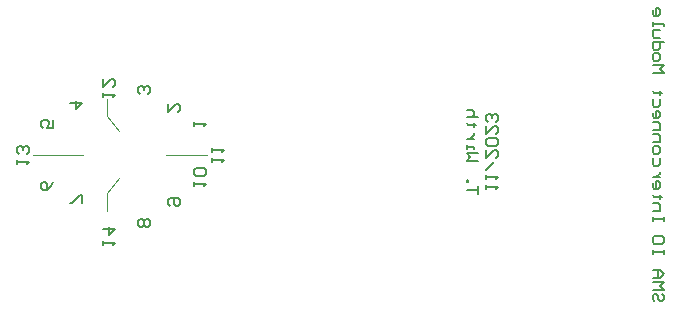
<source format=gbo>
G04*
G04 #@! TF.GenerationSoftware,Altium Limited,Altium Designer,23.11.1 (41)*
G04*
G04 Layer_Color=32896*
%FSLAX25Y25*%
%MOIN*%
G70*
G04*
G04 #@! TF.SameCoordinates,C9437007-6874-4410-A1E4-39502FECBC63*
G04*
G04*
G04 #@! TF.FilePolarity,Positive*
G04*
G01*
G75*
%ADD10C,0.00787*%
%ADD13C,0.00610*%
%ADD27C,0.00394*%
D10*
X120589Y-11479D02*
Y-10167D01*
Y-10823D01*
X124525D01*
X123869Y-11479D01*
X120589Y-8199D02*
Y-6887D01*
Y-7543D01*
X124525D01*
X123869Y-8199D01*
X120589Y-4919D02*
X123213Y-2296D01*
X120589Y1640D02*
Y-984D01*
X123213Y1640D01*
X123869D01*
X124525Y984D01*
Y-328D01*
X123869Y-984D01*
Y2952D02*
X124525Y3608D01*
Y4920D01*
X123869Y5576D01*
X121245D01*
X120589Y4920D01*
Y3608D01*
X121245Y2952D01*
X123869D01*
X120589Y9512D02*
Y6888D01*
X123213Y9512D01*
X123869D01*
X124525Y8856D01*
Y7544D01*
X123869Y6888D01*
Y10824D02*
X124525Y11480D01*
Y12791D01*
X123869Y13447D01*
X123213D01*
X122557Y12791D01*
Y12135D01*
Y12791D01*
X121901Y13447D01*
X121245D01*
X120589Y12791D01*
Y11480D01*
X121245Y10824D01*
X117912Y-13119D02*
Y-10495D01*
Y-11807D01*
X113976D01*
Y-9183D02*
X114632D01*
Y-8527D01*
X113976D01*
Y-9183D01*
X117912Y-1967D02*
X113976D01*
X115288Y-656D01*
X113976Y656D01*
X117912D01*
X113976Y1968D02*
Y3280D01*
Y2624D01*
X116600D01*
Y1968D01*
Y5248D02*
X113976D01*
X115288D01*
X115944Y5904D01*
X116600Y6560D01*
Y7216D01*
X117256Y9840D02*
X116600D01*
Y9184D01*
Y10496D01*
Y9840D01*
X114632D01*
X113976Y10496D01*
X117912Y12464D02*
X113976D01*
X115944D01*
X116600Y13119D01*
Y14431D01*
X115944Y15087D01*
X113976D01*
X179264Y-46245D02*
X179920Y-46901D01*
Y-48213D01*
X179264Y-48869D01*
X178608D01*
X177952Y-48213D01*
Y-46901D01*
X177296Y-46245D01*
X176640D01*
X175984Y-46901D01*
Y-48213D01*
X176640Y-48869D01*
X175984Y-44933D02*
X179920D01*
X178608Y-43621D01*
X179920Y-42309D01*
X175984D01*
Y-40997D02*
X178608D01*
X179920Y-39685D01*
X178608Y-38373D01*
X175984D01*
X177952D01*
Y-40997D01*
X179920Y-33126D02*
Y-31814D01*
Y-32470D01*
X175984D01*
Y-33126D01*
Y-31814D01*
X179920Y-27878D02*
Y-29190D01*
X179264Y-29846D01*
X176640D01*
X175984Y-29190D01*
Y-27878D01*
X176640Y-27222D01*
X179264D01*
X179920Y-27878D01*
Y-21974D02*
Y-20663D01*
Y-21319D01*
X175984D01*
Y-21974D01*
Y-20663D01*
Y-18695D02*
X178608D01*
Y-16727D01*
X177952Y-16071D01*
X175984D01*
X179264Y-14103D02*
X178608D01*
Y-14759D01*
Y-13447D01*
Y-14103D01*
X176640D01*
X175984Y-13447D01*
Y-9511D02*
Y-10823D01*
X176640Y-11479D01*
X177952D01*
X178608Y-10823D01*
Y-9511D01*
X177952Y-8855D01*
X177296D01*
Y-11479D01*
X178608Y-7543D02*
X175984D01*
X177296D01*
X177952Y-6887D01*
X178608Y-6232D01*
Y-5576D01*
Y-984D02*
Y-2952D01*
X177952Y-3608D01*
X176640D01*
X175984Y-2952D01*
Y-984D01*
Y984D02*
Y2296D01*
X176640Y2952D01*
X177952D01*
X178608Y2296D01*
Y984D01*
X177952Y328D01*
X176640D01*
X175984Y984D01*
Y4264D02*
X178608D01*
Y6232D01*
X177952Y6888D01*
X175984D01*
Y8200D02*
X178608D01*
Y10167D01*
X177952Y10823D01*
X175984D01*
Y14103D02*
Y12791D01*
X176640Y12135D01*
X177952D01*
X178608Y12791D01*
Y14103D01*
X177952Y14759D01*
X177296D01*
Y12135D01*
X178608Y18695D02*
Y16727D01*
X177952Y16071D01*
X176640D01*
X175984Y16727D01*
Y18695D01*
X179264Y20663D02*
X178608D01*
Y20007D01*
Y21319D01*
Y20663D01*
X176640D01*
X175984Y21319D01*
Y27222D02*
X179920D01*
X178608Y28534D01*
X179920Y29846D01*
X175984D01*
Y31814D02*
Y33126D01*
X176640Y33782D01*
X177952D01*
X178608Y33126D01*
Y31814D01*
X177952Y31158D01*
X176640D01*
X175984Y31814D01*
X179920Y37718D02*
X175984D01*
Y35750D01*
X176640Y35094D01*
X177952D01*
X178608Y35750D01*
Y37718D01*
Y39029D02*
X176640D01*
X175984Y39685D01*
Y41653D01*
X178608D01*
X175984Y42965D02*
Y44277D01*
Y43621D01*
X179920D01*
Y42965D01*
X175984Y48213D02*
Y46901D01*
X176640Y46245D01*
X177952D01*
X178608Y46901D01*
Y48213D01*
X177952Y48869D01*
X177296D01*
Y46245D01*
D13*
X23248Y9469D02*
Y10780D01*
Y10125D01*
X27184D01*
X26528Y9469D01*
X15046Y-17106D02*
X14390Y-16450D01*
Y-15138D01*
X15046Y-14482D01*
X17670D01*
X18326Y-15138D01*
Y-16450D01*
X17670Y-17106D01*
X17014D01*
X16358Y-16450D01*
Y-14482D01*
X7827Y-23996D02*
X8483Y-23340D01*
Y-22028D01*
X7827Y-21372D01*
X7171D01*
X6515Y-22028D01*
X5859Y-21372D01*
X5203D01*
X4547Y-22028D01*
Y-23340D01*
X5203Y-23996D01*
X5859D01*
X6515Y-23340D01*
X7171Y-23996D01*
X7827D01*
X6515Y-23340D02*
Y-22028D01*
X23248Y-10451D02*
Y-9139D01*
Y-9795D01*
X27184D01*
X26528Y-10451D01*
Y-7171D02*
X27184Y-6515D01*
Y-5203D01*
X26528Y-4547D01*
X23904D01*
X23248Y-5203D01*
Y-6515D01*
X23904Y-7171D01*
X26528D01*
X-23997Y11697D02*
Y9073D01*
X-25965D01*
X-25309Y10385D01*
Y11041D01*
X-25965Y11697D01*
X-27277D01*
X-27933Y11041D01*
Y9729D01*
X-27277Y9073D01*
X-23997Y-8973D02*
X-24653Y-10284D01*
X-25965Y-11596D01*
X-27277D01*
X-27933Y-10940D01*
Y-9629D01*
X-27277Y-8973D01*
X-26621D01*
X-25965Y-9629D01*
Y-11596D01*
X-14155Y-16076D02*
Y-13452D01*
X-14811D01*
X-17435Y-16076D01*
X-18090D01*
Y17388D02*
X-14155D01*
X-16123Y15420D01*
Y18044D01*
X-35807Y-2952D02*
Y-1640D01*
Y-2296D01*
X-31871D01*
X-32527Y-2952D01*
Y328D02*
X-31871Y984D01*
Y2296D01*
X-32527Y2952D01*
X-33183D01*
X-33839Y2296D01*
Y1640D01*
Y2296D01*
X-34495Y2952D01*
X-35151D01*
X-35807Y2296D01*
Y984D01*
X-35151Y328D01*
X7827Y20295D02*
X8483Y20951D01*
Y22263D01*
X7827Y22919D01*
X7171D01*
X6515Y22263D01*
Y21607D01*
Y22263D01*
X5859Y22919D01*
X5203D01*
X4547Y22263D01*
Y20951D01*
X5203Y20295D01*
X14390Y17014D02*
Y14390D01*
X17014Y17014D01*
X17670D01*
X18326Y16358D01*
Y15046D01*
X17670Y14390D01*
X-7264Y19311D02*
Y20623D01*
Y19967D01*
X-3328D01*
X-3984Y19311D01*
X-7264Y25215D02*
Y22591D01*
X-4640Y25215D01*
X-3984D01*
X-3328Y24559D01*
Y23247D01*
X-3984Y22591D01*
X-7264Y-29902D02*
Y-28590D01*
Y-29246D01*
X-3328D01*
X-3984Y-29902D01*
X-7264Y-24654D02*
X-3328D01*
X-5296Y-26622D01*
Y-23998D01*
X29154Y-2296D02*
Y-984D01*
Y-1640D01*
X33089D01*
X32433Y-2296D01*
X29154Y984D02*
Y2296D01*
Y1640D01*
X33089D01*
X32433Y984D01*
D27*
X-30512Y0D02*
X-13780D01*
X-5906Y12795D02*
Y18701D01*
Y12795D02*
X-1969Y7874D01*
X-5906Y-12795D02*
X-1969Y-7874D01*
X-5906Y-18701D02*
Y-12795D01*
X13780Y0D02*
X27559D01*
M02*

</source>
